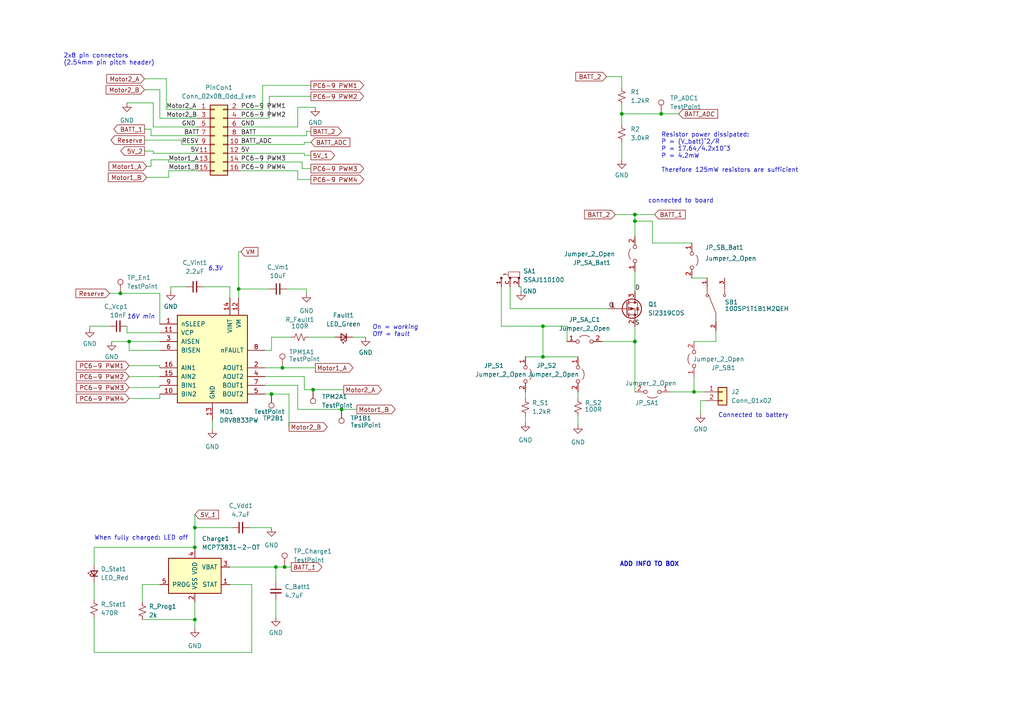
<source format=kicad_sch>
(kicad_sch (version 20211123) (generator eeschema)
  (paper "A4")
  (lib_symbols
    (symbol "100SP1T1B1M2QEH:100SP1T1B1M2QEH" (pin_names (offset 1.016))
      (property "Reference" "S" (at -2.54 5.08 0))
      (property "Value" "100SP1T1B1M2QEH" (at -2.54 -5.08 0))
      (symbol "100SP1T1B1M2QEH_0_0"
        (polyline (pts (xy -2.54 0) (xy -5.08 0)) (stroke (width 0.1524)))
        (polyline (pts (xy -2.54 0) (xy 2.794 2.1336)) (stroke (width 0.1524)))
        (polyline (pts (xy 5.08 -2.54) (xy 2.921 -2.54)) (stroke (width 0.1524)))
        (polyline (pts (xy 5.08 2.54) (xy 2.921 2.54)) (stroke (width 0.1524)))
        (circle (center 2.54 -2.54) (radius 0.3302) (stroke (width 0.1524)))
        (circle (center 2.54 2.54) (radius 0.3302) (stroke (width 0.1524)))
        (pin passive line (at 7.62 2.54 180) (length 2.54) (name "~") (number "1"))
        (pin passive line (at -7.62 0 0) (length 2.54) (name "~") (number "2"))
        (pin passive line (at 7.62 -2.54 180) (length 2.54) (name "~") (number "3"))
      )
    )
    (symbol "Battery_Management:MCP73831-2-OT" (pin_names (offset 1.016))
      (property "Reference" "U" (at -7.62 6.35 0))
      (property "Value" "MCP73831-2-OT" (at 1.27 6.35 0))
      (symbol "MCP73831-2-OT_0_1"
        (rectangle (start -7.62 5.08) (end 7.62 -5.08) (stroke (width 0.254)) (fill (type background)))
      )
      (symbol "MCP73831-2-OT_1_1"
        (pin output line (at 10.16 -2.54 180) (length 2.54) (name "STAT") (number "1"))
        (pin power_in line (at 0 -7.62 90) (length 2.54) (name "VSS") (number "2"))
        (pin power_out line (at 10.16 2.54 180) (length 2.54) (name "VBAT") (number "3"))
        (pin power_in line (at 0 7.62 270) (length 2.54) (name "VDD") (number "4"))
        (pin input line (at -10.16 -2.54 0) (length 2.54) (name "PROG") (number "5"))
      )
    )
    (symbol "Connector:TestPoint" (pin_numbers hide) (pin_names (offset 0.762) hide)
      (property "Reference" "TP" (at 0 6.858 0))
      (property "Value" "TestPoint" (at 0 5.08 0))
      (symbol "TestPoint_0_1"
        (circle (center 0 3.302) (radius 0.762))
      )
      (symbol "TestPoint_1_1"
        (pin passive line (at 0 0 90) (length 2.54) (name "1") (number "1"))
      )
    )
    (symbol "Connector_Generic:Conn_01x02" (pin_names (offset 1.016) hide)
      (property "Reference" "J" (at 0 2.54 0))
      (property "Value" "Conn_01x02" (at 0 -5.08 0))
      (symbol "Conn_01x02_1_1"
        (rectangle (start -1.27 -2.413) (end 0 -2.667) (stroke (width 0.1524)))
        (rectangle (start -1.27 0.127) (end 0 -0.127) (stroke (width 0.1524)))
        (rectangle (start -1.27 1.27) (end 1.27 -3.81) (stroke (width 0.254)) (fill (type background)))
        (pin passive line (at -5.08 0 0) (length 3.81) (name "Pin_1") (number "1"))
        (pin passive line (at -5.08 -2.54 0) (length 3.81) (name "Pin_2") (number "2"))
      )
    )
    (symbol "Connector_Generic:Conn_02x08_Odd_Even" (pin_names (offset 1.016) hide)
      (property "Reference" "J" (at 1.27 10.16 0))
      (property "Value" "Conn_02x08_Odd_Even" (at 1.27 -12.7 0))
      (symbol "Conn_02x08_Odd_Even_1_1"
        (rectangle (start -1.27 -10.033) (end 0 -10.287) (stroke (width 0.1524)))
        (rectangle (start -1.27 -7.493) (end 0 -7.747) (stroke (width 0.1524)))
        (rectangle (start -1.27 -4.953) (end 0 -5.207) (stroke (width 0.1524)))
        (rectangle (start -1.27 -2.413) (end 0 -2.667) (stroke (width 0.1524)))
        (rectangle (start -1.27 0.127) (end 0 -0.127) (stroke (width 0.1524)))
        (rectangle (start -1.27 2.667) (end 0 2.413) (stroke (width 0.1524)))
        (rectangle (start -1.27 5.207) (end 0 4.953) (stroke (width 0.1524)))
        (rectangle (start -1.27 7.747) (end 0 7.493) (stroke (width 0.1524)))
        (rectangle (start -1.27 8.89) (end 3.81 -11.43) (stroke (width 0.254)) (fill (type background)))
        (rectangle (start 3.81 -10.033) (end 2.54 -10.287) (stroke (width 0.1524)))
        (rectangle (start 3.81 -7.493) (end 2.54 -7.747) (stroke (width 0.1524)))
        (rectangle (start 3.81 -4.953) (end 2.54 -5.207) (stroke (width 0.1524)))
        (rectangle (start 3.81 -2.413) (end 2.54 -2.667) (stroke (width 0.1524)))
        (rectangle (start 3.81 0.127) (end 2.54 -0.127) (stroke (width 0.1524)))
        (rectangle (start 3.81 2.667) (end 2.54 2.413) (stroke (width 0.1524)))
        (rectangle (start 3.81 5.207) (end 2.54 4.953) (stroke (width 0.1524)))
        (rectangle (start 3.81 7.747) (end 2.54 7.493) (stroke (width 0.1524)))
        (pin passive line (at -5.08 7.62 0) (length 3.81) (name "Pin_1") (number "1"))
        (pin passive line (at 7.62 -2.54 180) (length 3.81) (name "Pin_10") (number "10"))
        (pin passive line (at -5.08 -5.08 0) (length 3.81) (name "Pin_11") (number "11"))
        (pin passive line (at 7.62 -5.08 180) (length 3.81) (name "Pin_12") (number "12"))
        (pin passive line (at -5.08 -7.62 0) (length 3.81) (name "Pin_13") (number "13"))
        (pin passive line (at 7.62 -7.62 180) (length 3.81) (name "Pin_14") (number "14"))
        (pin passive line (at -5.08 -10.16 0) (length 3.81) (name "Pin_15") (number "15"))
        (pin passive line (at 7.62 -10.16 180) (length 3.81) (name "Pin_16") (number "16"))
        (pin passive line (at 7.62 7.62 180) (length 3.81) (name "Pin_2") (number "2"))
        (pin passive line (at -5.08 5.08 0) (length 3.81) (name "Pin_3") (number "3"))
        (pin passive line (at 7.62 5.08 180) (length 3.81) (name "Pin_4") (number "4"))
        (pin passive line (at -5.08 2.54 0) (length 3.81) (name "Pin_5") (number "5"))
        (pin passive line (at 7.62 2.54 180) (length 3.81) (name "Pin_6") (number "6"))
        (pin passive line (at -5.08 0 0) (length 3.81) (name "Pin_7") (number "7"))
        (pin passive line (at 7.62 0 180) (length 3.81) (name "Pin_8") (number "8"))
        (pin passive line (at -5.08 -2.54 0) (length 3.81) (name "Pin_9") (number "9"))
      )
    )
    (symbol "Device:C_Small" (pin_numbers hide) (pin_names (offset 0.254) hide)
      (property "Reference" "C" (at 0.254 1.778 0))
      (property "Value" "C_Small" (at 0.254 -2.032 0))
      (symbol "C_Small_0_1"
        (polyline (pts (xy -1.524 -0.508) (xy 1.524 -0.508)) (stroke (width 0.3302)))
        (polyline (pts (xy -1.524 0.508) (xy 1.524 0.508)) (stroke (width 0.3048)))
      )
      (symbol "C_Small_1_1"
        (pin passive line (at 0 2.54 270) (length 2.032) (name "~") (number "1"))
        (pin passive line (at 0 -2.54 90) (length 2.032) (name "~") (number "2"))
      )
    )
    (symbol "Device:LED_Small" (pin_numbers hide) (pin_names (offset 0.254) hide)
      (property "Reference" "D" (at -1.27 3.175 0))
      (property "Value" "LED_Small" (at -4.445 -2.54 0))
      (symbol "LED_Small_0_1"
        (polyline (pts (xy -0.762 -1.016) (xy -0.762 1.016)) (stroke (width 0.254)))
        (polyline (pts (xy 1.016 0) (xy -0.762 0)))
        (polyline (pts (xy 0.762 -1.016) (xy -0.762 0) (xy 0.762 1.016) (xy 0.762 -1.016)) (stroke (width 0.254)))
        (polyline (pts (xy 0 0.762) (xy -0.508 1.27) (xy -0.254 1.27) (xy -0.508 1.27) (xy -0.508 1.016)))
        (polyline (pts (xy 0.508 1.27) (xy 0 1.778) (xy 0.254 1.778) (xy 0 1.778) (xy 0 1.524)))
      )
      (symbol "LED_Small_1_1"
        (pin passive line (at -2.54 0 0) (length 1.778) (name "K") (number "1"))
        (pin passive line (at 2.54 0 180) (length 1.778) (name "A") (number "2"))
      )
    )
    (symbol "Device:R_Small_US" (pin_numbers hide) (pin_names (offset 0.254) hide)
      (property "Reference" "R" (at 0.762 0.508 0))
      (property "Value" "R_Small_US" (at 0.762 -1.016 0))
      (symbol "R_Small_US_1_1"
        (polyline (pts (xy 0 0) (xy 1.016 -0.381) (xy 0 -0.762) (xy -1.016 -1.143) (xy 0 -1.524)))
        (polyline (pts (xy 0 1.524) (xy 1.016 1.143) (xy 0 0.762) (xy -1.016 0.381) (xy 0 0)))
        (pin passive line (at 0 2.54 270) (length 1.016) (name "~") (number "1"))
        (pin passive line (at 0 -2.54 90) (length 1.016) (name "~") (number "2"))
      )
    )
    (symbol "Driver_Motor:DRV8833PW" (pin_names (offset 1.016))
      (property "Reference" "U" (at -3.81 16.51 0))
      (property "Value" "DRV8833PW" (at -3.81 13.97 0))
      (symbol "DRV8833PW_0_1"
        (rectangle (start -10.16 12.7) (end 10.16 -12.7) (stroke (width 0.254)) (fill (type background)))
      )
      (symbol "DRV8833PW_1_1"
        (pin input line (at -15.24 10.16 0) (length 5.08) (name "nSLEEP") (number "1"))
        (pin input line (at -15.24 -10.16 0) (length 5.08) (name "BIN2") (number "10"))
        (pin bidirectional line (at -15.24 7.62 0) (length 5.08) (name "VCP") (number "11"))
        (pin power_in line (at 7.62 17.78 270) (length 5.08) (name "VM") (number "12"))
        (pin power_in line (at 0 -17.78 90) (length 5.08) (name "GND") (number "13"))
        (pin power_in line (at 5.08 17.78 270) (length 5.08) (name "VINT") (number "14"))
        (pin input line (at -15.24 -5.08 0) (length 5.08) (name "AIN2") (number "15"))
        (pin input line (at -15.24 -2.54 0) (length 5.08) (name "AIN1") (number "16"))
        (pin power_out line (at 15.24 -2.54 180) (length 5.08) (name "AOUT1") (number "2"))
        (pin bidirectional line (at -15.24 5.08 0) (length 5.08) (name "AISEN") (number "3"))
        (pin power_out line (at 15.24 -5.08 180) (length 5.08) (name "AOUT2") (number "4"))
        (pin power_out line (at 15.24 -10.16 180) (length 5.08) (name "BOUT2") (number "5"))
        (pin bidirectional line (at -15.24 2.54 0) (length 5.08) (name "BISEN") (number "6"))
        (pin power_out line (at 15.24 -7.62 180) (length 5.08) (name "BOUT1") (number "7"))
        (pin open_collector line (at 15.24 2.54 180) (length 5.08) (name "nFAULT") (number "8"))
        (pin input line (at -15.24 -7.62 0) (length 5.08) (name "BIN1") (number "9"))
      )
    )
    (symbol "Jumper:Jumper_2_Open" (pin_names (offset 0) hide)
      (property "Reference" "JP" (at 0 2.794 0))
      (property "Value" "Jumper_2_Open" (at 0 -2.286 0))
      (symbol "Jumper_2_Open_0_0"
        (circle (center -2.032 0) (radius 0.508))
        (circle (center 2.032 0) (radius 0.508))
      )
      (symbol "Jumper_2_Open_0_1"
        (arc (start 1.524 1.27) (mid 0 1.778) (end -1.524 1.27))
      )
      (symbol "Jumper_2_Open_1_1"
        (pin passive line (at -5.08 0 0) (length 2.54) (name "A") (number "1"))
        (pin passive line (at 5.08 0 180) (length 2.54) (name "B") (number "2"))
      )
    )
    (symbol "SSAJ110100:SSAJ110100" (pin_names (offset 1.016))
      (property "Reference" "S" (at -2.5432 5.08 0))
      (property "Value" "SSAJ110100" (at -2.5411 -5.7158 0))
      (symbol "SSAJ110100_0_0"
        (circle (center 0 -2.54) (radius 0.2) (stroke (width 0.3)))
        (polyline (pts (xy 0.254 0.508) (xy 0.254 -2.794)) (stroke (width 0.127)))
        (polyline (pts (xy 0.254 0.508) (xy 1.778 0.508)) (stroke (width 0.127)))
        (polyline (pts (xy 1.016 0.508) (xy 1.016 1.27)) (stroke (width 0.127)))
        (polyline (pts (xy 1.016 1.27) (xy 1.016 2.032)) (stroke (width 0.127)))
        (polyline (pts (xy 1.016 2.032) (xy 1.27 1.27)) (stroke (width 0.127)))
        (polyline (pts (xy 1.27 1.27) (xy 1.016 1.27)) (stroke (width 0.127)))
        (polyline (pts (xy 1.778 -2.794) (xy 0.254 -2.794)) (stroke (width 0.127)))
        (polyline (pts (xy 1.778 0.508) (xy 1.778 -2.794)) (stroke (width 0.127)))
        (circle (center 0 0) (radius 0.2) (stroke (width 0.3)))
        (circle (center 0 2.54) (radius 0.2) (stroke (width 0.3)))
        (pin passive line (at -2.54 2.54 0) (length 2.54) (name "~") (number "1"))
        (pin passive line (at -2.54 -2.54 0) (length 2.54) (name "~") (number "2"))
        (pin passive line (at -2.54 0 0) (length 2.54) (name "~") (number "C"))
      )
    )
    (symbol "Transistor_FET:Si2319CDS" (pin_names hide)
      (property "Reference" "Q" (at 5.08 1.905 0))
      (property "Value" "Si2319CDS" (at 5.08 0 0))
      (symbol "Si2319CDS_0_1"
        (polyline (pts (xy 0.254 0) (xy -2.54 0)))
        (polyline (pts (xy 0.254 1.905) (xy 0.254 -1.905)) (stroke (width 0.254)))
        (polyline (pts (xy 0.762 -1.27) (xy 0.762 -2.286)) (stroke (width 0.254)))
        (polyline (pts (xy 0.762 0.508) (xy 0.762 -0.508)) (stroke (width 0.254)))
        (polyline (pts (xy 0.762 2.286) (xy 0.762 1.27)) (stroke (width 0.254)))
        (polyline (pts (xy 2.54 2.54) (xy 2.54 1.778)))
        (polyline (pts (xy 2.54 -2.54) (xy 2.54 0) (xy 0.762 0)))
        (polyline (pts (xy 0.762 1.778) (xy 3.302 1.778) (xy 3.302 -1.778) (xy 0.762 -1.778)))
        (polyline (pts (xy 2.286 0) (xy 1.27 0.381) (xy 1.27 -0.381) (xy 2.286 0)) (fill (type outline)))
        (polyline (pts (xy 2.794 -0.508) (xy 2.921 -0.381) (xy 3.683 -0.381) (xy 3.81 -0.254)))
        (polyline (pts (xy 3.302 -0.381) (xy 2.921 0.254) (xy 3.683 0.254) (xy 3.302 -0.381)))
        (circle (center 1.651 0) (radius 2.794) (stroke (width 0.254)))
        (circle (center 2.54 -1.778) (radius 0.254) (fill (type outline)))
        (circle (center 2.54 1.778) (radius 0.254) (fill (type outline)))
      )
      (symbol "Si2319CDS_1_1"
        (pin input line (at -5.08 0 0) (length 2.54) (name "G") (number "1"))
        (pin passive line (at 2.54 -5.08 90) (length 2.54) (name "S") (number "2"))
        (pin passive line (at 2.54 5.08 270) (length 2.54) (name "D") (number "3"))
      )
    )
    (symbol "power:GND" (power) (pin_names (offset 0))
      (property "Value" "GND" (at 0 -3.81 0))
      (symbol "GND_0_1"
        (polyline (pts (xy 0 0) (xy 0 -1.27) (xy 1.27 -1.27) (xy 0 -2.54) (xy -1.27 -1.27) (xy 0 -1.27)))
      )
      (symbol "GND_1_1"
        (pin power_in line (at 0 0 270) (length 0) hide (name "GND") (number "1"))
      )
    )
  )
  (junction (at 90.805 113.03))
  (junction (at 157.48 103.505))
  (junction (at 56.515 179.705))
  (junction (at 56.515 158.75))
  (junction (at 37.465 99.06))
  (junction (at 201.295 113.665))
  (junction (at 191.77 33.02))
  (junction (at 78.74 114.3))
  (junction (at 34.925 85.09))
  (junction (at 184.15 64.135))
  (junction (at 80.01 164.465))
  (junction (at 81.915 106.68))
  (junction (at 184.15 99.06))
  (junction (at 180.34 33.02))
  (junction (at 157.48 94.615))
  (junction (at 184.15 62.23))
  (junction (at 99.06 118.745))
  (junction (at 56.515 153.035))
  (junction (at 82.55 164.465))
  (junction (at 69.215 83.82))
  (wire (pts (xy 48.895 49.53) (xy 57.15 49.53)))
  (wire (pts (xy 207.645 95.885) (xy 207.645 99.06)))
  (wire (pts (xy 203.2 116.205) (xy 204.47 116.205)))
  (wire (pts (xy 90.805 113.03) (xy 99.695 113.03)))
  (wire (pts (xy 56.515 174.625) (xy 56.515 179.705)))
  (wire (pts (xy 56.515 149.225) (xy 56.515 153.035)))
  (wire (pts (xy 46.355 26.035) (xy 41.91 26.035)))
  (wire (pts (xy 46.355 85.09) (xy 34.925 85.09)))
  (wire (pts (xy 78.74 97.79) (xy 78.74 101.6)))
  (wire (pts (xy 87.63 48.895) (xy 90.17 48.895)))
  (wire (pts (xy 180.34 41.275) (xy 180.34 46.355)))
  (wire (pts (xy 43.815 39.37) (xy 57.15 39.37)))
  (wire (pts (xy 78.105 27.94) (xy 90.17 27.94)))
  (wire (pts (xy 200.66 70.485) (xy 189.23 70.485)))
  (wire (pts (xy 180.34 22.225) (xy 175.895 22.225)))
  (wire (pts (xy 167.64 120.65) (xy 167.64 123.19)))
  (wire (pts (xy 42.545 51.435) (xy 48.895 51.435)))
  (wire (pts (xy 203.2 120.015) (xy 203.2 116.205)))
  (wire (pts (xy 48.26 22.86) (xy 48.26 31.75)))
  (wire (pts (xy 46.355 101.6) (xy 37.465 101.6)))
  (wire (pts (xy 69.85 36.83) (xy 86.36 36.83)))
  (wire (pts (xy 69.215 83.82) (xy 69.215 86.36)))
  (wire (pts (xy 145.415 94.615) (xy 157.48 94.615)))
  (wire (pts (xy 184.15 64.135) (xy 184.15 68.58)))
  (wire (pts (xy 80.01 168.91) (xy 80.01 164.465)))
  (wire (pts (xy 46.355 34.29) (xy 46.355 26.035)))
  (wire (pts (xy 194.31 113.665) (xy 201.295 113.665)))
  (wire (pts (xy 76.835 106.68) (xy 81.915 106.68)))
  (wire (pts (xy 184.15 99.06) (xy 184.15 113.665)))
  (wire (pts (xy 201.295 109.22) (xy 201.295 113.665)))
  (wire (pts (xy 41.275 179.705) (xy 56.515 179.705)))
  (wire (pts (xy 37.465 112.395) (xy 46.355 112.395)))
  (wire (pts (xy 69.85 49.53) (xy 86.36 49.53)))
  (wire (pts (xy 78.74 101.6) (xy 76.835 101.6)))
  (wire (pts (xy 86.36 49.53) (xy 86.36 52.07)))
  (wire (pts (xy 88.265 44.45) (xy 88.265 45.085)))
  (wire (pts (xy 43.815 39.37) (xy 43.815 37.465)))
  (wire (pts (xy 66.675 169.545) (xy 73.025 169.545)))
  (wire (pts (xy 86.36 31.115) (xy 91.44 31.115)))
  (wire (pts (xy 48.895 49.53) (xy 48.895 51.435)))
  (wire (pts (xy 99.06 118.745) (xy 86.36 118.745)))
  (wire (pts (xy 26.035 94.615) (xy 26.035 95.25)))
  (wire (pts (xy 152.4 120.65) (xy 152.4 122.555)))
  (wire (pts (xy 82.55 164.465) (xy 84.455 164.465)))
  (wire (pts (xy 27.305 163.83) (xy 27.305 158.75)))
  (wire (pts (xy 69.215 83.82) (xy 69.215 73.025)))
  (wire (pts (xy 76.835 109.22) (xy 88.265 109.22)))
  (wire (pts (xy 86.36 118.745) (xy 86.36 111.76)))
  (wire (pts (xy 49.53 83.185) (xy 49.53 84.455)))
  (wire (pts (xy 83.82 114.3) (xy 83.82 123.825)))
  (wire (pts (xy 32.385 99.06) (xy 37.465 99.06)))
  (wire (pts (xy 86.36 36.83) (xy 86.36 31.115)))
  (wire (pts (xy 69.215 83.82) (xy 78.105 83.82)))
  (wire (pts (xy 48.895 46.99) (xy 57.15 46.99)))
  (wire (pts (xy 73.025 169.545) (xy 73.025 189.23)))
  (wire (pts (xy 180.34 33.02) (xy 191.77 33.02)))
  (wire (pts (xy 180.34 33.02) (xy 180.34 36.195)))
  (wire (pts (xy 66.675 86.36) (xy 66.675 83.185)))
  (wire (pts (xy 31.75 94.615) (xy 26.035 94.615)))
  (wire (pts (xy 48.26 22.86) (xy 41.91 22.86)))
  (wire (pts (xy 80.01 164.465) (xy 82.55 164.465)))
  (wire (pts (xy 37.465 99.06) (xy 37.465 101.6)))
  (wire (pts (xy 184.15 78.74) (xy 184.15 84.455)))
  (wire (pts (xy 69.85 44.45) (xy 88.265 44.45)))
  (wire (pts (xy 73.025 189.23) (xy 27.305 189.23)))
  (wire (pts (xy 201.295 113.665) (xy 204.47 113.665)))
  (wire (pts (xy 184.15 62.23) (xy 189.865 62.23)))
  (wire (pts (xy 36.83 96.52) (xy 36.83 94.615)))
  (wire (pts (xy 46.355 96.52) (xy 36.83 96.52)))
  (wire (pts (xy 48.895 46.355) (xy 43.815 46.355)))
  (wire (pts (xy 180.34 30.48) (xy 180.34 33.02)))
  (wire (pts (xy 44.45 44.45) (xy 57.15 44.45)))
  (wire (pts (xy 76.2 31.75) (xy 76.2 24.765)))
  (wire (pts (xy 88.265 41.91) (xy 88.265 41.275)))
  (wire (pts (xy 69.215 73.025) (xy 69.85 73.025)))
  (wire (pts (xy 44.45 44.45) (xy 44.45 43.815)))
  (wire (pts (xy 147.955 89.535) (xy 176.53 89.535)))
  (wire (pts (xy 37.465 99.06) (xy 46.355 99.06)))
  (wire (pts (xy 88.265 113.03) (xy 90.805 113.03)))
  (wire (pts (xy 167.64 113.665) (xy 167.64 115.57)))
  (wire (pts (xy 44.45 29.845) (xy 36.83 29.845)))
  (wire (pts (xy 37.465 109.22) (xy 46.355 109.22)))
  (wire (pts (xy 152.4 113.665) (xy 152.4 115.57)))
  (wire (pts (xy 69.85 41.91) (xy 88.265 41.91)))
  (wire (pts (xy 66.675 164.465) (xy 80.01 164.465)))
  (wire (pts (xy 66.675 83.185) (xy 59.055 83.185)))
  (wire (pts (xy 43.815 48.26) (xy 42.545 48.26)))
  (wire (pts (xy 81.915 106.68) (xy 91.44 106.68)))
  (wire (pts (xy 191.77 33.02) (xy 196.85 33.02)))
  (wire (pts (xy 27.305 158.75) (xy 56.515 158.75)))
  (wire (pts (xy 27.305 168.91) (xy 27.305 173.99)))
  (wire (pts (xy 48.26 31.75) (xy 57.15 31.75)))
  (wire (pts (xy 69.85 39.37) (xy 88.9 39.37)))
  (wire (pts (xy 56.515 153.035) (xy 67.31 153.035)))
  (wire (pts (xy 76.2 24.765) (xy 90.17 24.765)))
  (wire (pts (xy 41.275 169.545) (xy 41.275 174.625)))
  (wire (pts (xy 56.515 158.75) (xy 56.515 159.385)))
  (wire (pts (xy 27.305 189.23) (xy 27.305 179.07)))
  (wire (pts (xy 34.925 85.09) (xy 31.75 85.09)))
  (wire (pts (xy 52.705 40.64) (xy 52.705 41.91)))
  (wire (pts (xy 37.465 115.57) (xy 46.355 115.57)))
  (wire (pts (xy 102.235 97.79) (xy 106.045 97.79)))
  (wire (pts (xy 88.9 83.82) (xy 88.9 85.09)))
  (wire (pts (xy 37.465 106.045) (xy 46.355 106.045)))
  (wire (pts (xy 52.705 41.91) (xy 57.15 41.91)))
  (wire (pts (xy 178.435 62.23) (xy 184.15 62.23)))
  (wire (pts (xy 80.01 173.99) (xy 80.01 179.07)))
  (wire (pts (xy 88.9 39.37) (xy 88.9 38.1)))
  (wire (pts (xy 56.515 153.035) (xy 56.515 158.75)))
  (wire (pts (xy 72.39 153.035) (xy 78.74 153.035)))
  (wire (pts (xy 43.815 46.355) (xy 43.815 48.26)))
  (wire (pts (xy 180.34 25.4) (xy 180.34 22.225)))
  (wire (pts (xy 46.355 106.045) (xy 46.355 106.68)))
  (wire (pts (xy 147.955 89.535) (xy 147.955 83.185)))
  (wire (pts (xy 200.66 80.645) (xy 205.105 80.645)))
  (wire (pts (xy 69.85 46.99) (xy 87.63 46.99)))
  (wire (pts (xy 44.45 43.815) (xy 41.91 43.815)))
  (wire (pts (xy 184.15 94.615) (xy 184.15 99.06)))
  (wire (pts (xy 76.835 114.3) (xy 78.74 114.3)))
  (wire (pts (xy 88.9 38.1) (xy 90.17 38.1)))
  (wire (pts (xy 103.505 118.745) (xy 99.06 118.745)))
  (wire (pts (xy 189.23 64.135) (xy 184.15 64.135)))
  (wire (pts (xy 189.23 70.485) (xy 189.23 64.135)))
  (wire (pts (xy 184.15 62.23) (xy 184.15 64.135)))
  (wire (pts (xy 46.355 34.29) (xy 57.15 34.29)))
  (wire (pts (xy 88.265 45.085) (xy 90.17 45.085)))
  (wire (pts (xy 69.85 31.75) (xy 76.2 31.75)))
  (wire (pts (xy 87.63 46.99) (xy 87.63 48.895)))
  (wire (pts (xy 157.48 103.505) (xy 167.64 103.505)))
  (wire (pts (xy 43.815 37.465) (xy 41.91 37.465)))
  (wire (pts (xy 88.265 41.275) (xy 90.17 41.275)))
  (wire (pts (xy 44.45 36.83) (xy 44.45 29.845)))
  (wire (pts (xy 145.415 83.185) (xy 145.415 94.615)))
  (wire (pts (xy 88.265 109.22) (xy 88.265 113.03)))
  (wire (pts (xy 174.625 99.06) (xy 184.15 99.06)))
  (wire (pts (xy 69.85 34.29) (xy 78.105 34.29)))
  (wire (pts (xy 46.355 85.09) (xy 46.355 93.98)))
  (wire (pts (xy 157.48 94.615) (xy 157.48 103.505)))
  (wire (pts (xy 41.91 40.64) (xy 52.705 40.64)))
  (wire (pts (xy 56.515 179.705) (xy 56.515 182.245)))
  (wire (pts (xy 83.185 83.82) (xy 88.9 83.82)))
  (wire (pts (xy 46.355 115.57) (xy 46.355 114.3)))
  (wire (pts (xy 207.645 99.06) (xy 201.295 99.06)))
  (wire (pts (xy 86.36 52.07) (xy 90.17 52.07)))
  (wire (pts (xy 78.105 34.29) (xy 78.105 27.94)))
  (wire (pts (xy 46.355 169.545) (xy 41.275 169.545)))
  (wire (pts (xy 44.45 36.83) (xy 57.15 36.83)))
  (wire (pts (xy 164.465 99.06) (xy 164.465 94.615)))
  (wire (pts (xy 97.155 97.79) (xy 89.535 97.79)))
  (wire (pts (xy 151.13 83.185) (xy 150.495 83.185)))
  (wire (pts (xy 157.48 94.615) (xy 164.465 94.615)))
  (wire (pts (xy 152.4 103.505) (xy 157.48 103.505)))
  (wire (pts (xy 78.74 114.3) (xy 83.82 114.3)))
  (wire (pts (xy 84.455 97.79) (xy 78.74 97.79)))
  (wire (pts (xy 46.355 112.395) (xy 46.355 111.76)))
  (wire (pts (xy 86.36 111.76) (xy 76.835 111.76)))
  (wire (pts (xy 151.13 83.185) (xy 151.13 84.455)))
  (wire (pts (xy 53.975 83.185) (xy 49.53 83.185)))
  (wire (pts (xy 48.895 46.355) (xy 48.895 46.99)))
  (wire (pts (xy 61.595 121.92) (xy 61.595 124.46)))
  (text "Connected to battery\n" (at 208.28 121.285 0) (effects (font (size 1.27 1.27)) (justify left bottom)))
  (text "6.3V\n" (at 60.325 78.74 0) (effects (font (size 1.27 1.27) italic) (justify left bottom)))
  (text "When fully charged: LED off\n" (at 27.305 156.845 0) (effects (font (size 1.27 1.27)) (justify left bottom)))
  (text "2x8 pin connectors\n(2.54mm pin pitch header)" (at 18.415 19.05 0) (effects (font (size 1.27 1.27)) (justify left bottom)))
  (text "\n" (at 81.915 179.07 0) (effects (font (size 1.27 1.27)) (justify left bottom)))
  (text "On = working\nOff = fault\n" (at 107.95 97.79 0) (effects (font (size 1.27 1.27) italic) (justify left bottom)))
  (text "ADD INFO TO BOX" (at 179.705 164.465 0) (effects (font (size 1.27 1.27) bold) (justify left bottom)))
  (text "Resistor power dissipated:\nP = (V_batt)^2/R\nP = 17.64/4.2x10^3\nP = 4.2mW\n\nTherefore 125mW resistors are sufficient" (at 191.77 50.165 0) (effects (font (size 1.27 1.27)) (justify left bottom)))
  (text "connected to board\n" (at 187.96 59.055 0) (effects (font (size 1.27 1.27)) (justify left bottom)))
  (text "16V min" (at 36.83 92.71 0) (effects (font (size 1.27 1.27) italic) (justify left bottom)))
  (label "PC6-9 PWM3" (at 69.85 46.99 0))
  (label "5V" (at 55.245 44.45 0))
  (label "BATT" (at 69.85 39.37 0))
  (label "BATT_ADC" (at 69.85 41.91 0))
  (label "PC6-9 PWM1" (at 69.85 31.75 0))
  (label "5V" (at 69.85 44.45 0))
  (label "Motor1_B" (at 48.895 49.53 0))
  (label "G" (at 176.53 89.535 0))
  (label "Motor1_A" (at 48.895 46.99 0))
  (label "Motor2_A" (at 48.26 31.75 0))
  (label "PC6-9 PWM4" (at 69.85 49.53 0))
  (label "GND" (at 52.705 36.83 0))
  (label "S" (at 184.15 94.615 0))
  (label "PC6-9 PWM2" (at 69.85 34.29 0))
  (label "Motor2_B" (at 48.26 34.29 0))
  (label "RESV" (at 52.705 41.91 0))
  (label "D" (at 184.15 84.455 0))
  (label "GND" (at 69.85 36.83 0))
  (label "BATT" (at 53.34 39.37 0))
  (global_label "PC6-9 PWM4" (shape input) (at 37.465 115.57 180) (property "Intersheet References" "${INTERSHEET_REFS}" (effects hide)))
  (global_label "Reserve" (shape output) (at 41.91 40.64 180) (property "Intersheet References" "${INTERSHEET_REFS}" (effects hide)))
  (global_label "BATT_ADC" (shape input) (at 196.85 33.02 0) (effects (font italic)) (property "Intersheet References" "${INTERSHEET_REFS}" (effects hide)))
  (global_label "5V_1" (shape input) (at 56.515 149.225 0) (effects (font italic)) (property "Intersheet References" "${INTERSHEET_REFS}" (effects hide)))
  (global_label "BATT_2" (shape output) (at 90.17 38.1 0) (property "Intersheet References" "${INTERSHEET_REFS}" (effects hide)))
  (global_label "Motor1_A" (shape input) (at 42.545 48.26 180) (property "Intersheet References" "${INTERSHEET_REFS}" (effects hide)))
  (global_label "BATT_2" (shape input) (at 178.435 62.23 180) (property "Intersheet References" "${INTERSHEET_REFS}" (effects hide)))
  (global_label "PC6-9 PWM1" (shape output) (at 90.17 24.765 0) (property "Intersheet References" "${INTERSHEET_REFS}" (effects hide)))
  (global_label "BATT_2" (shape input) (at 175.895 22.225 180) (property "Intersheet References" "${INTERSHEET_REFS}" (effects hide)))
  (global_label "5V_1" (shape output) (at 90.17 45.085 0) (property "Intersheet References" "${INTERSHEET_REFS}" (effects hide)))
  (global_label "Motor1_A" (shape output) (at 91.44 106.68 0) (property "Intersheet References" "${INTERSHEET_REFS}" (effects hide)))
  (global_label "Motor2_B" (shape output) (at 83.82 123.825 0) (property "Intersheet References" "${INTERSHEET_REFS}" (effects hide)))
  (global_label "Motor1_B" (shape input) (at 42.545 51.435 180) (property "Intersheet References" "${INTERSHEET_REFS}" (effects hide)))
  (global_label "PC6-9 PWM4" (shape output) (at 90.17 52.07 0) (property "Intersheet References" "${INTERSHEET_REFS}" (effects hide)))
  (global_label "PC6-9 PWM1" (shape input) (at 37.465 106.045 180) (property "Intersheet References" "${INTERSHEET_REFS}" (effects hide)))
  (global_label "Motor2_A" (shape input) (at 41.91 22.86 180) (property "Intersheet References" "${INTERSHEET_REFS}" (effects hide)))
  (global_label "BATT_ADC" (shape input) (at 90.17 41.275 0) (property "Intersheet References" "${INTERSHEET_REFS}" (effects hide)))
  (global_label "BATT_1" (shape input) (at 189.865 62.23 0) (property "Intersheet References" "${INTERSHEET_REFS}" (effects hide)))
  (global_label "PC6-9 PWM3" (shape output) (at 90.17 48.895 0) (property "Intersheet References" "${INTERSHEET_REFS}" (effects hide)))
  (global_label "Motor1_B" (shape output) (at 103.505 118.745 0) (property "Intersheet References" "${INTERSHEET_REFS}" (effects hide)))
  (global_label "Reserve" (shape input) (at 31.75 85.09 180) (property "Intersheet References" "${INTERSHEET_REFS}" (effects hide)))
  (global_label "5V_2" (shape output) (at 41.91 43.815 180) (property "Intersheet References" "${INTERSHEET_REFS}" (effects hide)))
  (global_label "BATT_1" (shape output) (at 84.455 164.465 0) (effects (font italic)) (property "Intersheet References" "${INTERSHEET_REFS}" (effects hide)))
  (global_label "PC6-9 PWM3" (shape input) (at 37.465 112.395 180) (property "Intersheet References" "${INTERSHEET_REFS}" (effects hide)))
  (global_label "BATT_1" (shape output) (at 41.91 37.465 180) (property "Intersheet References" "${INTERSHEET_REFS}" (effects hide)))
  (global_label "Motor2_A" (shape output) (at 99.695 113.03 0) (property "Intersheet References" "${INTERSHEET_REFS}" (effects hide)))
  (global_label "PC6-9 PWM2" (shape output) (at 90.17 27.94 0) (property "Intersheet References" "${INTERSHEET_REFS}" (effects hide)))
  (global_label "Motor2_B" (shape input) (at 41.91 26.035 180) (property "Intersheet References" "${INTERSHEET_REFS}" (effects hide)))
  (global_label "VM" (shape input) (at 69.85 73.025 0) (property "Intersheet References" "${INTERSHEET_REFS}" (effects hide)))
  (global_label "PC6-9 PWM2" (shape input) (at 37.465 109.22 180) (property "Intersheet References" "${INTERSHEET_REFS}" (effects hide)))
  (symbol (lib_id "Device:R_Small_US") (at 180.34 27.94 0) (unit 1)
    (property "Reference" "R1" (at 182.88 26.6699 0) (effects (justify left)))
    (property "Value" "1.2kR" (at 182.88 29.2099 0) (effects (justify left)))
    (property "Footprint" "Resistor_SMD:R_0805_2012Metric" (effects hide))
    (property "Datasheet" "https://wmsc.lcsc.com/wmsc/upload/file/pdf/v2/lcsc/2206010216_UNI-ROYAL-Uniroyal-Elec-0805W8F1201T5E_C17379.pdf" (effects hide))
    (property "LCSC" " C17379" (effects hide))
    (property "Extended" "0" (effects hide))
    (property "Price" "0.0017" (effects hide))
    (property "Populate" "1" (effects hide))
  )
  (symbol (lib_id "Jumper:Jumper_2_Open") (at 167.64 108.585 270) (unit 1)
    (property "Reference" "JP_S2" (at 155.575 106.045 90) (effects (justify left)))
    (property "Value" "Jumper_2_Open" (at 153.035 108.585 90) (effects (justify left)))
    (property "Footprint" "Jumper:SolderJumper-2_P1.3mm_Open_Pad1.0x1.5mm" (effects hide))
  )
  (symbol (lib_id "power:GND") (at 106.045 97.79 0) (unit 1)
    (property "Reference" "#PWR0111" (effects hide))
    (property "Value" "GND" (at 106.045 102.235 0))
  )
  (symbol (lib_id "Connector_Generic:Conn_02x08_Odd_Even") (at 62.23 39.37 0) (unit 1) (in_bom no)
    (property "Reference" "PinCon1" (at 63.5 25.4 0))
    (property "Value" "Conn_02x08_Odd_Even" (at 63.5 27.94 0))
    (property "Footprint" "Connector_PinSocket_2.54mm:PinSocket_2x08_P2.54mm_Vertical" (effects hide))
    (property "Populate" "0" (effects hide))
  )
  (symbol (lib_id "power:GND") (at 88.9 85.09 0) (unit 1)
    (property "Reference" "#PWR0110" (effects hide))
    (property "Value" "GND" (at 88.9 90.17 0))
  )
  (symbol (lib_id "Device:C_Small") (at 80.645 83.82 90) (unit 1)
    (property "Reference" "C_Vm1" (at 80.6513 77.47 90))
    (property "Value" "10uF" (at 80.6513 80.01 90))
    (property "Footprint" "Capacitor_SMD:C_0603_1608Metric" (effects hide))
    (property "Datasheet" "https://wmsc.lcsc.com/wmsc/upload/file/pdf/v2/lcsc/2304140030_Samsung-Electro-Mechanics-CL10A106KP8NNNC_C19702.pdf" (effects hide))
    (property "LCSC" "C19702" (effects hide))
    (property "Extended" "0" (effects hide))
    (property "Price" "0.0055" (effects hide))
    (property "Populate" "1" (effects hide))
  )
  (symbol (lib_id "Battery_Management:MCP73831-2-OT") (at 56.515 167.005 0) (unit 1)
    (property "Reference" "Charge1" (at 58.5344 156.21 0) (effects (justify left)))
    (property "Value" "MCP73831-2-OT" (at 58.5344 158.75 0) (effects (justify left)))
    (property "Footprint" "Package_TO_SOT_SMD:SOT-23-5" (effects hide))
    (property "Datasheet" "http://ww1.microchip.com/downloads/en/DeviceDoc/20001984g.pdf" (effects hide))
    (property "LCSC" "C50506" (effects hide))
    (property "Extended" "1" (effects hide))
    (property "Price" "0.7064" (effects hide))
    (property "Populate" "1" (effects hide))
  )
  (symbol (lib_id "Device:R_Small_US") (at 180.34 38.735 0) (unit 1)
    (property "Reference" "R2" (at 182.88 37.4649 0) (effects (justify left)))
    (property "Value" "3.0kR" (at 182.88 40.0049 0) (effects (justify left)))
    (property "Footprint" "Resistor_SMD:R_0805_2012Metric" (effects hide))
    (property "Datasheet" "https://wmsc.lcsc.com/wmsc/upload/file/pdf/v2/lcsc/2206010200_UNI-ROYAL-Uniroyal-Elec-0805W8F3001T5E_C17661.pdf" (effects hide))
    (property "LCSC" "C17661" (effects hide))
    (property "Extended" "0" (effects hide))
    (property "Price" "0.0016" (effects hide))
    (property "Populate" "1" (effects hide))
  )
  (symbol (lib_id "Device:LED_Small") (at 99.695 97.79 180) (unit 1)
    (property "Reference" "Fault1" (at 99.6315 91.44 0))
    (property "Value" "LED_Green" (at 99.6315 93.98 0))
    (property "Footprint" "LED_SMD:LED_0805_2012Metric" (effects hide))
    (property "Datasheet" "https://jlcpcb.com/partdetail/18096-0805W8F1000T5E/C17408" (effects hide))
    (property "LCSC" "C2297" (effects hide))
    (property "Extended" "0" (effects hide))
    (property "Price" "0.0132" (effects hide))
    (property "Populate" "1" (effects hide))
  )
  (symbol (lib_id "Device:R_Small_US") (at 27.305 176.53 0) (unit 1)
    (property "Reference" "R_Stat1" (at 29.21 175.2599 0) (effects (justify left)))
    (property "Value" "470R" (at 29.21 177.7999 0) (effects (justify left)))
    (property "Footprint" "Resistor_SMD:R_0805_2012Metric" (effects hide))
    (property "Datasheet" "https://wmsc.lcsc.com/wmsc/upload/file/pdf/v2/lcsc/2206010200_UNI-ROYAL-Uniroyal-Elec-0805W8F4700T5E_C17710.pdf" (effects hide))
    (property "LCSC" "C17710" (effects hide))
    (property "Extended" "0" (effects hide))
    (property "Price" "0.0017" (effects hide))
    (property "Populate" "1" (effects hide))
  )
  (symbol (lib_id "Connector:TestPoint") (at 78.74 114.3 180) (unit 1)
    (property "Reference" "TP2B1" (at 76.2 121.285 0) (effects (justify right)))
    (property "Value" "TestPoint" (at 73.66 119.38 0) (effects (justify right)))
    (property "Footprint" "TestPoint:TestPoint_Pad_D1.0mm" (effects hide))
  )
  (symbol (lib_id "Connector:TestPoint") (at 90.805 113.03 180) (unit 1)
    (property "Reference" "TPM2A1" (at 93.345 115.0619 0) (effects (justify right)))
    (property "Value" "TestPoint" (at 93.345 117.6019 0) (effects (justify right)))
    (property "Footprint" "TestPoint:TestPoint_Pad_D1.0mm" (effects hide))
  )
  (symbol (lib_id "Device:R_Small_US") (at 152.4 118.11 0) (unit 1)
    (property "Reference" "R_S1" (at 154.305 116.8399 0) (effects (justify left)))
    (property "Value" "1.2kR" (at 154.305 119.3799 0) (effects (justify left)))
    (property "Footprint" "Resistor_SMD:R_0805_2012Metric" (effects hide))
    (property "Datasheet" "https://wmsc.lcsc.com/wmsc/upload/file/pdf/v2/lcsc/2206010216_UNI-ROYAL-Uniroyal-Elec-0805W8F1201T5E_C17379.pdf" (effects hide))
    (property "LCSC" " C17379" (effects hide))
    (property "Extended" "0" (effects hide))
    (property "Price" "0.0017" (effects hide))
    (property "Populate" "1" (effects hide))
  )
  (symbol (lib_id "SSAJ110100:SSAJ110100") (at 147.955 80.645 90) (unit 1)
    (property "Reference" "SA1" (at 151.765 78.6291 90) (effects (justify right)))
    (property "Value" "SSAJ110100" (at 151.765 81.1691 90) (effects (justify right)))
    (property "Footprint" "SSAJ110100:SW_SSAJ110100" (effects hide))
    (property "MF" "ALPS" (effects hide))
    (property "MAXIMUM_PACKAGE_HEIGHT" "0.9 mm" (effects hide))
    (property "Package" "None" (effects hide))
    (property "Price" "None" (effects hide))
    (property "Check_prices" "https://www.snapeda.com/parts/SSAJ110100/ALPS/view-part/?ref=eda" (effects hide))
    (property "STANDARD" "Manufacturer Recommendations" (effects hide))
    (property "PARTREV" "N/A" (effects hide))
    (property "SnapEDA_Link" "https://www.snapeda.com/parts/SSAJ110100/ALPS/view-part/?ref=snap" (effects hide))
    (property "MP" "SSAJ110100" (effects hide))
    (property "Description" "\nSlide Switch • Rating (max.): 10 mA 5 VDC • Poles: 1 • Positions: 2 • Travel : 1.4 mm • Operating direction: Horizontal\n" (effects hide))
    (property "MANUFACTURER" "ALPS" (effects hide))
    (property "Availability" "In Stock" (effects hide))
    (property "SNAPEDA_PN" "SSAJ110100" (effects hide))
  )
  (symbol (lib_id "Connector_Generic:Conn_01x02") (at 209.55 113.665 0) (unit 1) (in_bom no)
    (property "Reference" "J2" (at 212.09 113.6649 0) (effects (justify left)))
    (property "Value" "Conn_01x02" (at 212.09 116.2049 0) (effects (justify left)))
    (property "Footprint" "Connector_JST:JST_PH_B2B-PH-K_1x02_P2.00mm_Vertical" (effects hide))
    (property "Populate" "0" (effects hide))
  )
  (symbol (lib_id "power:GND") (at 26.035 95.25 0) (unit 1)
    (property "Reference" "#PWR0106" (effects hide))
    (property "Value" "GND" (at 26.035 99.695 0))
  )
  (symbol (lib_id "Connector:TestPoint") (at 34.925 85.09 0) (unit 1)
    (property "Reference" "TP_En1" (at 36.83 80.5179 0) (effects (justify left)))
    (property "Value" "TestPoint" (at 36.83 83.0579 0) (effects (justify left)))
    (property "Footprint" "TestPoint:TestPoint_Pad_D1.0mm" (effects hide))
  )
  (symbol (lib_id "Device:C_Small") (at 80.01 171.45 0) (unit 1)
    (property "Reference" "C_Batt1" (at 82.55 170.1862 0) (effects (justify left)))
    (property "Value" "4.7uF" (at 82.55 172.7262 0) (effects (justify left)))
    (property "Footprint" "Capacitor_SMD:C_0603_1608Metric" (effects hide))
    (property "Datasheet" "https://wmsc.lcsc.com/wmsc/upload/file/pdf/v2/lcsc/2304140030_Samsung-Electro-Mechanics-CL10A475KO8NNNC_C19666.pdf" (effects hide))
    (property "LCSC" " C19666" (effects hide))
    (property "Extended" "0" (effects hide))
    (property "Price" "0.0098" (effects hide))
    (property "Populate" "1" (effects hide))
  )
  (symbol (lib_id "Connector:TestPoint") (at 81.915 106.68 0) (unit 1)
    (property "Reference" "TPM1A1" (at 83.82 102.1079 0) (effects (justify left)))
    (property "Value" "TestPoint" (at 83.82 104.14 0) (effects (justify left)))
    (property "Footprint" "TestPoint:TestPoint_Pad_D1.0mm" (effects hide))
  )
  (symbol (lib_id "Jumper:Jumper_2_Open") (at 152.4 108.585 270) (unit 1)
    (property "Reference" "JP_S1" (at 140.335 106.045 90) (effects (justify left)))
    (property "Value" "Jumper_2_Open" (at 137.795 108.585 90) (effects (justify left)))
    (property "Footprint" "Jumper:SolderJumper-2_P1.3mm_Open_Pad1.0x1.5mm" (effects hide))
  )
  (symbol (lib_id "power:GND") (at 36.83 29.845 0) (unit 1)
    (property "Reference" "#PWR0107" (effects hide))
    (property "Value" "GND" (at 36.83 34.925 0))
  )
  (symbol (lib_id "Transistor_FET:Si2319CDS") (at 181.61 89.535 0) (unit 1)
    (property "Reference" "Q1" (at 187.96 88.2649 0) (effects (justify left)))
    (property "Value" "Si2319CDS" (at 187.96 90.8049 0) (effects (justify left)))
    (property "Footprint" "Package_TO_SOT_SMD:SOT-23" (effects hide))
    (property "Datasheet" "http://www.vishay.com/docs/66709/si2319cd.pdf" (effects hide))
    (property "LCSC" "C5337197" (effects hide))
  )
  (symbol (lib_id "Connector:TestPoint") (at 191.77 33.02 0) (unit 1)
    (property "Reference" "TP_ADC1" (at 194.31 28.4479 0) (effects (justify left)))
    (property "Value" "TestPoint" (at 194.31 30.9879 0) (effects (justify left)))
    (property "Footprint" "TestPoint:TestPoint_Pad_D1.0mm" (effects hide))
  )
  (symbol (lib_id "Device:C_Small") (at 56.515 83.185 90) (unit 1)
    (property "Reference" "C_Vint1" (at 56.5213 76.2 90))
    (property "Value" "2.2uF" (at 56.5213 78.74 90))
    (property "Footprint" "Capacitor_SMD:C_0603_1608Metric" (effects hide))
    (property "Datasheet" "https://wmsc.lcsc.com/wmsc/upload/file/pdf/v2/lcsc/2304140030_Samsung-Electro-Mechanics-CL10A225KO8NNNC_C23630.pdf" (effects hide))
    (property "LCSC" "C23630" (effects hide))
    (property "Extended" "0" (effects hide))
    (property "Price" "0.0060" (effects hide))
    (property "Populate" "1" (effects hide))
  )
  (symbol (lib_id "power:GND") (at 203.2 120.015 0) (unit 1)
    (property "Reference" "#PWR0115" (effects hide))
    (property "Value" "GND" (at 203.2 124.46 0))
  )
  (symbol (lib_id "power:GND") (at 151.13 84.455 0) (unit 1)
    (property "Reference" "#PWR0116" (effects hide))
    (property "Value" "GND" (at 153.67 84.455 0))
  )
  (symbol (lib_id "power:GND") (at 61.595 124.46 0) (unit 1)
    (property "Reference" "#PWR0108" (effects hide))
    (property "Value" "GND" (at 61.595 129.54 0))
  )
  (symbol (lib_id "Device:R_Small_US") (at 167.64 118.11 180) (unit 1)
    (property "Reference" "R_S2" (at 172.085 116.84 0))
    (property "Value" "100R" (at 172.085 118.745 0))
    (property "Footprint" "Resistor_SMD:R_0805_2012Metric" (effects hide))
    (property "Datasheet" "https://jlcpcb.com/partdetail/18096-0805W8F1000T5E/C17408" (effects hide))
    (property "LCSC" "C17408" (effects hide))
    (property "Extended" "0" (effects hide))
    (property "Price" "0.0017" (effects hide))
    (property "Populate" "1" (effects hide))
  )
  (symbol (lib_id "Connector:TestPoint") (at 99.06 118.745 180) (unit 1)
    (property "Reference" "TP1B1" (at 101.6 121.285 0) (effects (justify right)))
    (property "Value" "TestPoint" (at 101.6 123.3169 0) (effects (justify right)))
    (property "Footprint" "TestPoint:TestPoint_Pad_D1.0mm" (effects hide))
  )
  (symbol (lib_id "100SP1T1B1M2QEH:100SP1T1B1M2QEH") (at 207.645 88.265 90) (unit 1)
    (property "Reference" "SB1" (at 210.185 87.63 90) (effects (justify right)))
    (property "Value" "100SP1T1B1M2QEH" (at 210.185 89.535 90) (effects (justify right)))
    (property "Footprint" "100SP1T1B1M2QEH:SW_100SP1T1B1M2QEH" (effects hide))
    (property "MF" "E-Switch" (effects hide))
    (property "MAXIMUM_PACKAGE_HEIGHT" "29.69 mm" (effects hide))
    (property "Package" "None" (effects hide))
    (property "Price" "None" (effects hide))
    (property "Check_prices" "https://www.snapeda.com/parts/100SP1T1B1M2QEH/E-Switch/view-part/?ref=eda" (effects hide))
    (property "STANDARD" "Manufacturer Recommendations" (effects hide))
    (property "PARTREV" "B" (effects hide))
    (property "SnapEDA_Link" "https://www.snapeda.com/parts/100SP1T1B1M2QEH/E-Switch/view-part/?ref=snap" (effects hide))
    (property "MP" "100SP1T1B1M2QEH" (effects hide))
    (property "Description" "\nToggle Switch, 100 Series, SPDT, ON-NONE-ON, Sealed, 5A, 120VAC, 28VDC, PC Pin | E-Switch 100SP1T1B1M2QEH\n" (effects hide))
    (property "SNAPEDA_PN" "100SP1T1B1M2QEH" (effects hide))
    (property "Availability" "In Stock" (effects hide))
    (property "MANUFACTURER" "E-switch" (effects hide))
  )
  (symbol (lib_id "power:GND") (at 80.01 179.07 0) (unit 1)
    (property "Reference" "#PWR0102" (effects hide))
    (property "Value" "GND" (at 80.01 183.515 0))
  )
  (symbol (lib_id "power:GND") (at 91.44 31.115 0) (unit 1)
    (property "Reference" "#PWR0112" (effects hide))
    (property "Value" "GND" (at 91.44 35.56 0))
  )
  (symbol (lib_id "power:GND") (at 78.74 153.035 0) (unit 1)
    (property "Reference" "#PWR0101" (effects hide))
    (property "Value" "GND" (at 78.74 158.115 0))
  )
  (symbol (lib_id "power:GND") (at 32.385 99.06 0) (unit 1)
    (property "Reference" "#PWR0109" (effects hide))
    (property "Value" "GND" (at 32.385 103.505 0))
  )
  (symbol (lib_id "Connector:TestPoint") (at 82.55 164.465 0) (unit 1)
    (property "Reference" "TP_Charge1" (at 85.09 159.8929 0) (effects (justify left)))
    (property "Value" "TestPoint" (at 85.09 162.4329 0) (effects (justify left)))
    (property "Footprint" "TestPoint:TestPoint_Pad_D1.0mm" (effects hide))
  )
  (symbol (lib_id "power:GND") (at 167.64 123.19 0) (unit 1)
    (property "Reference" "#PWR0113" (effects hide))
    (property "Value" "GND" (at 167.64 128.27 0))
  )
  (symbol (lib_id "Device:R_Small_US") (at 86.995 97.79 90) (unit 1)
    (property "Reference" "R_Fault1" (at 86.995 92.71 90))
    (property "Value" "100R" (at 86.995 94.615 90))
    (property "Footprint" "Resistor_SMD:R_0805_2012Metric" (effects hide))
    (property "Datasheet" "https://jlcpcb.com/partdetail/18096-0805W8F1000T5E/C17408" (effects hide))
    (property "LCSC" "C17408" (effects hide))
    (property "Extended" "0" (effects hide))
    (property "Price" "0.0017" (effects hide))
    (property "Populate" "1" (effects hide))
  )
  (symbol (lib_id "power:GND") (at 180.34 46.355 0) (unit 1)
    (property "Reference" "#PWR0103" (effects hide))
    (property "Value" "GND" (at 180.34 50.8 0))
  )
  (symbol (lib_id "Device:C_Small") (at 34.29 94.615 90) (unit 1)
    (property "Reference" "C_Vcp1" (at 33.655 88.9 90))
    (property "Value" "10nF" (at 34.29 91.44 90))
    (property "Footprint" "Capacitor_SMD:C_0603_1608Metric" (effects hide))
    (property "Datasheet" "https://wmsc.lcsc.com/wmsc/upload/file/pdf/v2/lcsc/2304140030_FH--Guangdong-Fenghua-Advanced-Tech-0603B103K500NT_C57112.pdf" (effects hide))
    (property "LCSC" " C57112" (effects hide))
    (property "Extended" "0" (effects hide))
    (property "Price" "0.0023" (effects hide))
    (property "Populate" "1" (effects hide))
  )
  (symbol (lib_id "power:GND") (at 56.515 182.245 0) (unit 1)
    (property "Reference" "#PWR0104" (effects hide))
    (property "Value" "GND" (at 56.515 187.325 0))
  )
  (symbol (lib_id "Jumper:Jumper_2_Open") (at 200.66 75.565 270) (unit 1)
    (property "Reference" "JP_SB_Bat1" (at 204.47 71.755 90) (effects (justify left)))
    (property "Value" "Jumper_2_Open" (at 204.47 74.93 90) (effects (justify left)))
    (property "Footprint" "Jumper:SolderJumper-2_P1.3mm_Open_Pad1.0x1.5mm" (effects hide))
  )
  (symbol (lib_id "power:GND") (at 152.4 122.555 0) (unit 1)
    (property "Reference" "#PWR0114" (effects hide))
    (property "Value" "GND" (at 152.4 127.635 0))
  )
  (symbol (lib_id "Device:R_Small_US") (at 41.275 177.165 0) (unit 1)
    (property "Reference" "R_Prog1" (at 43.18 175.8949 0) (effects (justify left)))
    (property "Value" "2k" (at 43.18 178.4349 0) (effects (justify left)))
    (property "Footprint" "Resistor_SMD:R_1206_3216Metric" (effects hide))
    (property "Datasheet" "https://wmsc.lcsc.com/wmsc/upload/file/pdf/v2/lcsc/2206010145_UNI-ROYAL-Uniroyal-Elec-1206W4F2001T5E_C17944.pdf" (effects hide))
    (property "LCSC" "C17944" (effects hide))
    (property "Extended" "0" (effects hide))
    (property "Price" "0.0028" (effects hide))
    (property "Populate" "1" (effects hide))
  )
  (symbol (lib_id "power:GND") (at 49.53 84.455 0) (unit 1)
    (property "Reference" "#PWR0105" (effects hide))
    (property "Value" "GND" (at 49.53 88.9 0))
  )
  (symbol (lib_id "Jumper:Jumper_2_Open") (at 184.15 73.66 90) (unit 1)
    (property "Reference" "JP_SA_Bat1" (at 177.165 76.2 90) (effects (justify left)))
    (property "Value" "Jumper_2_Open" (at 178.435 73.66 90) (effects (justify left)))
    (property "Footprint" "Jumper:SolderJumper-2_P1.3mm_Open_Pad1.0x1.5mm" (effects hide))
  )
  (symbol (lib_id "Device:LED_Small") (at 27.305 166.37 90) (unit 1)
    (property "Reference" "D_Stat1" (at 29.21 165.0364 90) (effects (justify right)))
    (property "Value" "LED_Red" (at 29.21 167.5764 90) (effects (justify right)))
    (property "Footprint" "LED_SMD:LED_0603_1608Metric" (effects hide))
    (property "Datasheet" "https://wmsc.lcsc.com/wmsc/upload/file/pdf/v2/lcsc/1810231112_Hubei-KENTO-Elec-KT-0603R_C2286.pdf" (effects hide))
    (property "LCSC" "C2286" (effects hide))
    (property "Extended" "0" (effects hide))
    (property "Price" "0.0053" (effects hide))
    (property "Populate" "1" (effects hide))
  )
  (symbol (lib_id "Jumper:Jumper_2_Open") (at 169.545 99.06 0) (unit 1)
    (property "Reference" "JP_SA_C1" (at 169.545 92.71 0))
    (property "Value" "Jumper_2_Open" (at 169.545 95.25 0))
    (property "Footprint" "Jumper:SolderJumper-2_P1.3mm_Open_Pad1.0x1.5mm" (effects hide))
  )
  (symbol (lib_id "Jumper:Jumper_2_Open") (at 189.23 113.665 180) (unit 1)
    (property "Reference" "JP_SA1" (at 191.135 116.84 0) (effects (justify left)))
    (property "Value" "Jumper_2_Open" (at 196.215 111.125 0) (effects (justify left)))
    (property "Footprint" "Jumper:SolderJumper-2_P1.3mm_Open_Pad1.0x1.5mm" (effects hide))
  )
  (symbol (lib_id "Jumper:Jumper_2_Open") (at 201.295 104.14 90) (unit 1)
    (property "Reference" "JP_SB1" (at 213.36 106.68 90) (effects (justify left)))
    (property "Value" "Jumper_2_Open" (at 215.9 104.14 90) (effects (justify left)))
    (property "Footprint" "Jumper:SolderJumper-2_P1.3mm_Open_Pad1.0x1.5mm" (effects hide))
  )
  (symbol (lib_id "Device:C_Small") (at 69.85 153.035 90) (unit 1)
    (property "Reference" "C_Vdd1" (at 69.8563 146.685 90))
    (property "Value" "4.7uF" (at 69.8563 149.225 90))
    (property "Footprint" "Capacitor_SMD:C_0603_1608Metric" (effects hide))
    (property "Datasheet" "https://wmsc.lcsc.com/wmsc/upload/file/pdf/v2/lcsc/2304140030_Samsung-Electro-Mechanics-CL10A475KO8NNNC_C19666.pdf" (effects hide))
    (property "LCSC" " C19666" (effects hide))
    (property "Extended" "0" (effects hide))
    (property "Price" "0.0098" (effects hide))
    (property "Populate" "1" (effects hide))
  )
  (symbol (lib_id "Driver_Motor:DRV8833PW") (at 61.595 104.14 0) (unit 1)
    (property "Reference" "MD1" (at 63.6144 119.38 0) (effects (justify left)))
    (property "Value" "DRV8833PW" (at 63.6144 121.92 0) (effects (justify left)))
    (property "Footprint" "Package_SO:TSSOP-16_4.4x5mm_P0.65mm" (effects hide))
    (property "Datasheet" "http://www.ti.com/lit/ds/symlink/drv8833.pdf" (effects hide))
    (property "LCSC" "C424093" (effects hide))
    (property "Extended" "1" (effects hide))
    (property "Price" "0.6915" (effects hide))
    (property "Populate" "1" (effects hide))
  )
)
</source>
